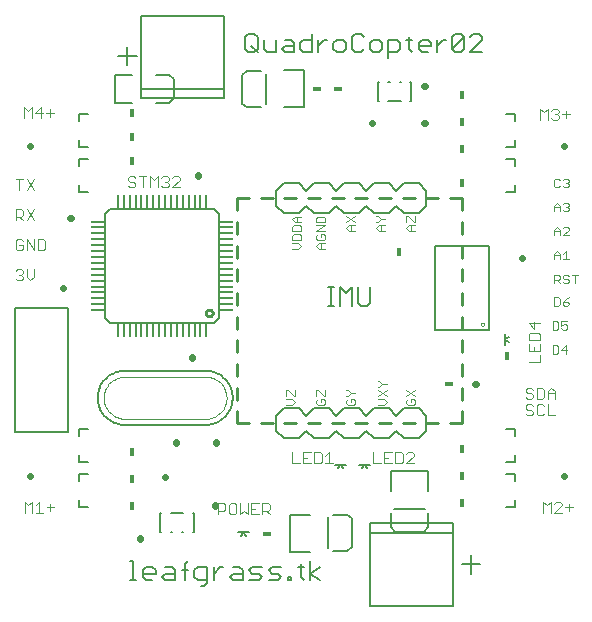
<source format=gto>
G75*
G70*
%OFA0B0*%
%FSLAX24Y24*%
%IPPOS*%
%LPD*%
%AMOC8*
5,1,8,0,0,1.08239X$1,22.5*
%
%ADD10C,0.0050*%
%ADD11C,0.0030*%
%ADD12C,0.0060*%
%ADD13C,0.0100*%
%ADD14C,0.0080*%
%ADD15R,0.0472X0.0079*%
%ADD16R,0.0079X0.0472*%
%ADD17C,0.0220*%
%ADD18R,0.0180X0.0300*%
%ADD19C,0.0020*%
%ADD20R,0.0300X0.0180*%
%ADD21C,0.0070*%
%ADD22C,0.0020*%
D10*
X012642Y012033D02*
X012845Y012033D01*
X012743Y012033D02*
X012743Y012644D01*
X012642Y012644D02*
X012845Y012644D01*
X013047Y012644D02*
X013250Y012440D01*
X013454Y012644D01*
X013454Y012033D01*
X013654Y012135D02*
X013756Y012033D01*
X013960Y012033D01*
X014061Y012135D01*
X014061Y012644D01*
X013654Y012644D02*
X013654Y012135D01*
X013047Y012033D02*
X013047Y012644D01*
X016227Y014024D02*
X016227Y011213D01*
X018019Y011213D01*
X018019Y014024D01*
X016227Y014024D01*
X014652Y020280D02*
X014652Y020890D01*
X014957Y020890D01*
X015059Y020789D01*
X015059Y020585D01*
X014957Y020483D01*
X014652Y020483D01*
X014451Y020585D02*
X014451Y020789D01*
X014349Y020890D01*
X014146Y020890D01*
X014044Y020789D01*
X014044Y020585D01*
X014146Y020483D01*
X014349Y020483D01*
X014451Y020585D01*
X013844Y020585D02*
X013742Y020483D01*
X013538Y020483D01*
X013437Y020585D01*
X013437Y020992D01*
X013538Y021094D01*
X013742Y021094D01*
X013844Y020992D01*
X013236Y020789D02*
X013236Y020585D01*
X013134Y020483D01*
X012931Y020483D01*
X012829Y020585D01*
X012829Y020789D01*
X012931Y020890D01*
X013134Y020890D01*
X013236Y020789D01*
X012628Y020890D02*
X012526Y020890D01*
X012322Y020687D01*
X012322Y020890D02*
X012322Y020483D01*
X012122Y020483D02*
X011816Y020483D01*
X011715Y020585D01*
X011715Y020789D01*
X011816Y020890D01*
X012122Y020890D01*
X012122Y021094D02*
X012122Y020483D01*
X011514Y020483D02*
X011209Y020483D01*
X011107Y020585D01*
X011209Y020687D01*
X011514Y020687D01*
X011514Y020789D02*
X011514Y020483D01*
X011514Y020789D02*
X011412Y020890D01*
X011209Y020890D01*
X010906Y020890D02*
X010906Y020483D01*
X010601Y020483D01*
X010499Y020585D01*
X010499Y020890D01*
X010299Y020992D02*
X010299Y020585D01*
X010197Y020483D01*
X009993Y020483D01*
X009892Y020585D01*
X009892Y020992D01*
X009993Y021094D01*
X010197Y021094D01*
X010299Y020992D01*
X010095Y020687D02*
X010299Y020483D01*
X015260Y020890D02*
X015463Y020890D01*
X015361Y020992D02*
X015361Y020585D01*
X015463Y020483D01*
X015665Y020585D02*
X015665Y020789D01*
X015767Y020890D01*
X015970Y020890D01*
X016072Y020789D01*
X016072Y020687D01*
X015665Y020687D01*
X015665Y020585D02*
X015767Y020483D01*
X015970Y020483D01*
X016273Y020483D02*
X016273Y020890D01*
X016273Y020687D02*
X016476Y020890D01*
X016578Y020890D01*
X016779Y020992D02*
X016881Y021094D01*
X017084Y021094D01*
X017186Y020992D01*
X016779Y020585D01*
X016881Y020483D01*
X017084Y020483D01*
X017186Y020585D01*
X017186Y020992D01*
X017387Y020992D02*
X017488Y021094D01*
X017692Y021094D01*
X017794Y020992D01*
X017794Y020890D01*
X017387Y020483D01*
X017794Y020483D01*
X016779Y020585D02*
X016779Y020992D01*
D11*
X002532Y005494D02*
X002532Y005123D01*
X002778Y005123D02*
X002778Y005494D01*
X002655Y005370D01*
X002532Y005494D01*
X002900Y005370D02*
X003023Y005494D01*
X003023Y005123D01*
X002900Y005123D02*
X003147Y005123D01*
X003268Y005309D02*
X003515Y005309D01*
X003392Y005432D02*
X003392Y005185D01*
X008982Y005197D02*
X009167Y005197D01*
X009228Y005259D01*
X009228Y005382D01*
X009167Y005444D01*
X008982Y005444D01*
X008982Y005073D01*
X009350Y005135D02*
X009412Y005073D01*
X009535Y005073D01*
X009597Y005135D01*
X009597Y005382D01*
X009535Y005444D01*
X009412Y005444D01*
X009350Y005382D01*
X009350Y005135D01*
X009718Y005073D02*
X009718Y005444D01*
X009965Y005444D02*
X009965Y005073D01*
X009842Y005197D01*
X009718Y005073D01*
X010086Y005073D02*
X010333Y005073D01*
X010455Y005073D02*
X010455Y005444D01*
X010640Y005444D01*
X010702Y005382D01*
X010702Y005259D01*
X010640Y005197D01*
X010455Y005197D01*
X010578Y005197D02*
X010702Y005073D01*
X010333Y005444D02*
X010086Y005444D01*
X010086Y005073D01*
X010086Y005259D02*
X010210Y005259D01*
X011458Y006773D02*
X011705Y006773D01*
X011827Y006773D02*
X012073Y006773D01*
X012195Y006773D02*
X012380Y006773D01*
X012442Y006835D01*
X012442Y007082D01*
X012380Y007144D01*
X012195Y007144D01*
X012195Y006773D01*
X011950Y006959D02*
X011827Y006959D01*
X011827Y007144D02*
X011827Y006773D01*
X011458Y006773D02*
X011458Y007144D01*
X011827Y007144D02*
X012073Y007144D01*
X012563Y007020D02*
X012687Y007144D01*
X012687Y006773D01*
X012810Y006773D02*
X012563Y006773D01*
X014158Y006773D02*
X014405Y006773D01*
X014527Y006773D02*
X014773Y006773D01*
X014895Y006773D02*
X015080Y006773D01*
X015142Y006835D01*
X015142Y007082D01*
X015080Y007144D01*
X014895Y007144D01*
X014895Y006773D01*
X014650Y006959D02*
X014527Y006959D01*
X014527Y007144D02*
X014527Y006773D01*
X014158Y006773D02*
X014158Y007144D01*
X014527Y007144D02*
X014773Y007144D01*
X015263Y007082D02*
X015325Y007144D01*
X015448Y007144D01*
X015510Y007082D01*
X015510Y007020D01*
X015263Y006773D01*
X015510Y006773D01*
X015503Y008723D02*
X015310Y008723D01*
X015261Y008772D01*
X015261Y008869D01*
X015310Y008917D01*
X015406Y008917D02*
X015406Y008820D01*
X015406Y008917D02*
X015503Y008917D01*
X015552Y008869D01*
X015552Y008772D01*
X015503Y008723D01*
X015552Y009018D02*
X015261Y009212D01*
X015261Y009018D02*
X015552Y009212D01*
X014602Y009212D02*
X014311Y009018D01*
X014311Y008917D02*
X014505Y008917D01*
X014602Y008820D01*
X014505Y008723D01*
X014311Y008723D01*
X014602Y009018D02*
X014311Y009212D01*
X014311Y009313D02*
X014360Y009313D01*
X014456Y009409D01*
X014602Y009409D01*
X014456Y009409D02*
X014360Y009506D01*
X014311Y009506D01*
X013552Y009115D02*
X013406Y009115D01*
X013310Y009212D01*
X013261Y009212D01*
X013406Y009115D02*
X013310Y009018D01*
X013261Y009018D01*
X013310Y008917D02*
X013261Y008869D01*
X013261Y008772D01*
X013310Y008723D01*
X013503Y008723D01*
X013552Y008772D01*
X013552Y008869D01*
X013503Y008917D01*
X013406Y008917D01*
X013406Y008820D01*
X012552Y008772D02*
X012552Y008869D01*
X012503Y008917D01*
X012406Y008917D01*
X012406Y008820D01*
X012310Y008723D02*
X012503Y008723D01*
X012552Y008772D01*
X012310Y008723D02*
X012261Y008772D01*
X012261Y008869D01*
X012310Y008917D01*
X012261Y009018D02*
X012261Y009212D01*
X012310Y009212D01*
X012503Y009018D01*
X012552Y009018D01*
X012552Y009212D01*
X011552Y009212D02*
X011552Y009018D01*
X011503Y009018D01*
X011310Y009212D01*
X011261Y009212D01*
X011261Y009018D01*
X011261Y008917D02*
X011455Y008917D01*
X011552Y008820D01*
X011455Y008723D01*
X011261Y008723D01*
X011461Y013923D02*
X011655Y013923D01*
X011752Y014020D01*
X011655Y014117D01*
X011461Y014117D01*
X011461Y014218D02*
X011461Y014363D01*
X011510Y014412D01*
X011703Y014412D01*
X011752Y014363D01*
X011752Y014218D01*
X011461Y014218D01*
X011461Y014513D02*
X011461Y014658D01*
X011510Y014706D01*
X011703Y014706D01*
X011752Y014658D01*
X011752Y014513D01*
X011461Y014513D01*
X011558Y014807D02*
X011461Y014904D01*
X011558Y015001D01*
X011752Y015001D01*
X011606Y015001D02*
X011606Y014807D01*
X011558Y014807D02*
X011752Y014807D01*
X012261Y014807D02*
X012261Y014952D01*
X012310Y015001D01*
X012503Y015001D01*
X012552Y014952D01*
X012552Y014807D01*
X012261Y014807D01*
X012261Y014706D02*
X012552Y014706D01*
X012261Y014513D01*
X012552Y014513D01*
X012503Y014412D02*
X012406Y014412D01*
X012406Y014315D01*
X012310Y014412D02*
X012261Y014363D01*
X012261Y014266D01*
X012310Y014218D01*
X012503Y014218D01*
X012552Y014266D01*
X012552Y014363D01*
X012503Y014412D01*
X012552Y014117D02*
X012358Y014117D01*
X012261Y014020D01*
X012358Y013923D01*
X012552Y013923D01*
X012406Y013923D02*
X012406Y014117D01*
X013261Y014620D02*
X013358Y014717D01*
X013552Y014717D01*
X013552Y014818D02*
X013261Y015012D01*
X013261Y014818D02*
X013552Y015012D01*
X013406Y014717D02*
X013406Y014523D01*
X013358Y014523D02*
X013261Y014620D01*
X013358Y014523D02*
X013552Y014523D01*
X014261Y014620D02*
X014358Y014717D01*
X014552Y014717D01*
X014406Y014717D02*
X014406Y014523D01*
X014358Y014523D02*
X014261Y014620D01*
X014358Y014523D02*
X014552Y014523D01*
X014310Y014818D02*
X014406Y014915D01*
X014552Y014915D01*
X014406Y014915D02*
X014310Y015012D01*
X014261Y015012D01*
X014261Y014818D02*
X014310Y014818D01*
X015261Y014818D02*
X015261Y015012D01*
X015310Y015012D01*
X015503Y014818D01*
X015552Y014818D01*
X015552Y015012D01*
X015552Y014717D02*
X015358Y014717D01*
X015261Y014620D01*
X015358Y014523D01*
X015552Y014523D01*
X015406Y014523D02*
X015406Y014717D01*
X019331Y011440D02*
X019516Y011255D01*
X019516Y011502D01*
X019331Y011440D02*
X019702Y011440D01*
X019640Y011134D02*
X019393Y011134D01*
X019331Y011072D01*
X019331Y010887D01*
X019702Y010887D01*
X019702Y011072D01*
X019640Y011134D01*
X019702Y010765D02*
X019702Y010519D01*
X019331Y010519D01*
X019331Y010765D01*
X019516Y010642D02*
X019516Y010519D01*
X019702Y010397D02*
X019702Y010150D01*
X019331Y010150D01*
X020132Y010423D02*
X020132Y010714D01*
X020277Y010714D01*
X020325Y010665D01*
X020325Y010472D01*
X020277Y010423D01*
X020132Y010423D01*
X020426Y010569D02*
X020571Y010714D01*
X020571Y010423D01*
X020620Y010569D02*
X020426Y010569D01*
X020475Y011223D02*
X020426Y011272D01*
X020475Y011223D02*
X020571Y011223D01*
X020620Y011272D01*
X020620Y011369D01*
X020571Y011417D01*
X020523Y011417D01*
X020426Y011369D01*
X020426Y011514D01*
X020620Y011514D01*
X020325Y011465D02*
X020325Y011272D01*
X020277Y011223D01*
X020132Y011223D01*
X020132Y011514D01*
X020277Y011514D01*
X020325Y011465D01*
X020327Y012023D02*
X020375Y012072D01*
X020375Y012265D01*
X020327Y012314D01*
X020182Y012314D01*
X020182Y012023D01*
X020327Y012023D01*
X020476Y012072D02*
X020476Y012169D01*
X020621Y012169D01*
X020670Y012120D01*
X020670Y012072D01*
X020621Y012023D01*
X020525Y012023D01*
X020476Y012072D01*
X020476Y012169D02*
X020573Y012265D01*
X020670Y012314D01*
X020621Y012773D02*
X020525Y012773D01*
X020476Y012822D01*
X020525Y012919D02*
X020621Y012919D01*
X020670Y012870D01*
X020670Y012822D01*
X020621Y012773D01*
X020525Y012919D02*
X020476Y012967D01*
X020476Y013015D01*
X020525Y013064D01*
X020621Y013064D01*
X020670Y013015D01*
X020771Y013064D02*
X020964Y013064D01*
X020868Y013064D02*
X020868Y012773D01*
X020375Y012773D02*
X020278Y012870D01*
X020327Y012870D02*
X020182Y012870D01*
X020182Y012773D02*
X020182Y013064D01*
X020327Y013064D01*
X020375Y013015D01*
X020375Y012919D01*
X020327Y012870D01*
X020375Y013573D02*
X020375Y013767D01*
X020278Y013864D01*
X020182Y013767D01*
X020182Y013573D01*
X020182Y013719D02*
X020375Y013719D01*
X020476Y013767D02*
X020573Y013864D01*
X020573Y013573D01*
X020476Y013573D02*
X020670Y013573D01*
X020670Y014373D02*
X020476Y014373D01*
X020670Y014567D01*
X020670Y014615D01*
X020621Y014664D01*
X020525Y014664D01*
X020476Y014615D01*
X020375Y014567D02*
X020375Y014373D01*
X020375Y014519D02*
X020182Y014519D01*
X020182Y014567D02*
X020278Y014664D01*
X020375Y014567D01*
X020182Y014567D02*
X020182Y014373D01*
X020182Y015173D02*
X020182Y015367D01*
X020278Y015464D01*
X020375Y015367D01*
X020375Y015173D01*
X020476Y015222D02*
X020525Y015173D01*
X020621Y015173D01*
X020670Y015222D01*
X020670Y015270D01*
X020621Y015319D01*
X020573Y015319D01*
X020621Y015319D02*
X020670Y015367D01*
X020670Y015415D01*
X020621Y015464D01*
X020525Y015464D01*
X020476Y015415D01*
X020375Y015319D02*
X020182Y015319D01*
X020230Y015973D02*
X020327Y015973D01*
X020375Y016022D01*
X020476Y016022D02*
X020525Y015973D01*
X020621Y015973D01*
X020670Y016022D01*
X020670Y016070D01*
X020621Y016119D01*
X020573Y016119D01*
X020621Y016119D02*
X020670Y016167D01*
X020670Y016215D01*
X020621Y016264D01*
X020525Y016264D01*
X020476Y016215D01*
X020375Y016215D02*
X020327Y016264D01*
X020230Y016264D01*
X020182Y016215D01*
X020182Y016022D01*
X020230Y015973D01*
X020280Y018223D02*
X020157Y018223D01*
X020095Y018285D01*
X019973Y018223D02*
X019973Y018594D01*
X019850Y018470D01*
X019727Y018594D01*
X019727Y018223D01*
X020095Y018532D02*
X020157Y018594D01*
X020280Y018594D01*
X020342Y018532D01*
X020342Y018470D01*
X020280Y018409D01*
X020342Y018347D01*
X020342Y018285D01*
X020280Y018223D01*
X020280Y018409D02*
X020218Y018409D01*
X020463Y018409D02*
X020710Y018409D01*
X020587Y018532D02*
X020587Y018285D01*
X020092Y009294D02*
X020215Y009170D01*
X020215Y008923D01*
X020215Y009109D02*
X019968Y009109D01*
X019968Y009170D02*
X020092Y009294D01*
X019968Y009170D02*
X019968Y008923D01*
X019847Y008985D02*
X019847Y009232D01*
X019785Y009294D01*
X019600Y009294D01*
X019600Y008923D01*
X019785Y008923D01*
X019847Y008985D01*
X019785Y008744D02*
X019662Y008744D01*
X019600Y008682D01*
X019600Y008435D01*
X019662Y008373D01*
X019785Y008373D01*
X019847Y008435D01*
X019968Y008373D02*
X019968Y008744D01*
X019847Y008682D02*
X019785Y008744D01*
X019968Y008373D02*
X020215Y008373D01*
X019478Y008435D02*
X019417Y008373D01*
X019293Y008373D01*
X019232Y008435D01*
X019293Y008559D02*
X019232Y008620D01*
X019232Y008682D01*
X019293Y008744D01*
X019417Y008744D01*
X019478Y008682D01*
X019417Y008559D02*
X019478Y008497D01*
X019478Y008435D01*
X019417Y008559D02*
X019293Y008559D01*
X019293Y008923D02*
X019232Y008985D01*
X019293Y008923D02*
X019417Y008923D01*
X019478Y008985D01*
X019478Y009047D01*
X019417Y009109D01*
X019293Y009109D01*
X019232Y009170D01*
X019232Y009232D01*
X019293Y009294D01*
X019417Y009294D01*
X019478Y009232D01*
X019827Y005494D02*
X019950Y005370D01*
X020073Y005494D01*
X020073Y005123D01*
X020195Y005123D02*
X020442Y005370D01*
X020442Y005432D01*
X020380Y005494D01*
X020257Y005494D01*
X020195Y005432D01*
X020195Y005123D02*
X020442Y005123D01*
X020563Y005309D02*
X020810Y005309D01*
X020687Y005432D02*
X020687Y005185D01*
X019827Y005123D02*
X019827Y005494D01*
X007702Y015973D02*
X007455Y015973D01*
X007702Y016220D01*
X007702Y016282D01*
X007640Y016344D01*
X007516Y016344D01*
X007455Y016282D01*
X007333Y016282D02*
X007333Y016220D01*
X007272Y016159D01*
X007333Y016097D01*
X007333Y016035D01*
X007272Y015973D01*
X007148Y015973D01*
X007086Y016035D01*
X006965Y015973D02*
X006965Y016344D01*
X006842Y016220D01*
X006718Y016344D01*
X006718Y015973D01*
X006597Y016344D02*
X006350Y016344D01*
X006473Y016344D02*
X006473Y015973D01*
X006228Y016035D02*
X006167Y015973D01*
X006043Y015973D01*
X005982Y016035D01*
X006043Y016159D02*
X006167Y016159D01*
X006228Y016097D01*
X006228Y016035D01*
X006043Y016159D02*
X005982Y016220D01*
X005982Y016282D01*
X006043Y016344D01*
X006167Y016344D01*
X006228Y016282D01*
X007086Y016282D02*
X007148Y016344D01*
X007272Y016344D01*
X007333Y016282D01*
X007272Y016159D02*
X007210Y016159D01*
X003510Y018459D02*
X003263Y018459D01*
X003142Y018459D02*
X002895Y018459D01*
X003080Y018644D01*
X003080Y018273D01*
X003387Y018335D02*
X003387Y018582D01*
X002773Y018644D02*
X002773Y018273D01*
X002527Y018273D02*
X002527Y018644D01*
X002650Y018520D01*
X002773Y018644D01*
X002847Y016244D02*
X002600Y015873D01*
X002355Y015873D02*
X002355Y016244D01*
X002232Y016244D02*
X002478Y016244D01*
X002600Y016244D02*
X002847Y015873D01*
X002847Y015244D02*
X002600Y014873D01*
X002478Y014873D02*
X002355Y014997D01*
X002417Y014997D02*
X002232Y014997D01*
X002232Y014873D02*
X002232Y015244D01*
X002417Y015244D01*
X002478Y015182D01*
X002478Y015059D01*
X002417Y014997D01*
X002600Y015244D02*
X002847Y014873D01*
X002847Y014244D02*
X002847Y013873D01*
X002600Y014244D01*
X002600Y013873D01*
X002478Y013935D02*
X002478Y014059D01*
X002355Y014059D01*
X002478Y014182D02*
X002417Y014244D01*
X002293Y014244D01*
X002232Y014182D01*
X002232Y013935D01*
X002293Y013873D01*
X002417Y013873D01*
X002478Y013935D01*
X002968Y013873D02*
X002968Y014244D01*
X003153Y014244D01*
X003215Y014182D01*
X003215Y013935D01*
X003153Y013873D01*
X002968Y013873D01*
X002847Y013244D02*
X002847Y012997D01*
X002723Y012873D01*
X002600Y012997D01*
X002600Y013244D01*
X002478Y013182D02*
X002478Y013120D01*
X002417Y013059D01*
X002478Y012997D01*
X002478Y012935D01*
X002417Y012873D01*
X002293Y012873D01*
X002232Y012935D01*
X002355Y013059D02*
X002417Y013059D01*
X002478Y013182D02*
X002417Y013244D01*
X002293Y013244D01*
X002232Y013182D01*
D12*
X005867Y009858D02*
X008567Y009858D01*
X008626Y009856D01*
X008684Y009850D01*
X008743Y009841D01*
X008800Y009827D01*
X008856Y009810D01*
X008911Y009789D01*
X008965Y009765D01*
X009017Y009737D01*
X009067Y009706D01*
X009115Y009672D01*
X009160Y009635D01*
X009203Y009594D01*
X009244Y009551D01*
X009281Y009506D01*
X009315Y009458D01*
X009346Y009408D01*
X009374Y009356D01*
X009398Y009302D01*
X009419Y009247D01*
X009436Y009191D01*
X009450Y009134D01*
X009459Y009075D01*
X009465Y009017D01*
X009467Y008958D01*
X009465Y008899D01*
X009459Y008841D01*
X009450Y008782D01*
X009436Y008725D01*
X009419Y008669D01*
X009398Y008614D01*
X009374Y008560D01*
X009346Y008508D01*
X009315Y008458D01*
X009281Y008410D01*
X009244Y008365D01*
X009203Y008322D01*
X009160Y008281D01*
X009115Y008244D01*
X009067Y008210D01*
X009017Y008179D01*
X008965Y008151D01*
X008911Y008127D01*
X008856Y008106D01*
X008800Y008089D01*
X008743Y008075D01*
X008684Y008066D01*
X008626Y008060D01*
X008567Y008058D01*
X005867Y008058D01*
X005808Y008060D01*
X005750Y008066D01*
X005691Y008075D01*
X005634Y008089D01*
X005578Y008106D01*
X005523Y008127D01*
X005469Y008151D01*
X005417Y008179D01*
X005367Y008210D01*
X005319Y008244D01*
X005274Y008281D01*
X005231Y008322D01*
X005190Y008365D01*
X005153Y008410D01*
X005119Y008458D01*
X005088Y008508D01*
X005060Y008560D01*
X005036Y008614D01*
X005015Y008669D01*
X004998Y008725D01*
X004984Y008782D01*
X004975Y008841D01*
X004969Y008899D01*
X004967Y008958D01*
X004969Y009017D01*
X004975Y009075D01*
X004984Y009134D01*
X004998Y009191D01*
X005015Y009247D01*
X005036Y009302D01*
X005060Y009356D01*
X005088Y009408D01*
X005119Y009458D01*
X005153Y009506D01*
X005190Y009551D01*
X005231Y009594D01*
X005274Y009635D01*
X005319Y009672D01*
X005367Y009706D01*
X005417Y009737D01*
X005469Y009765D01*
X005523Y009789D01*
X005578Y009810D01*
X005634Y009827D01*
X005691Y009841D01*
X005750Y009850D01*
X005808Y009856D01*
X005867Y009858D01*
X006047Y003529D02*
X006153Y003529D01*
X006153Y002888D01*
X006047Y002888D02*
X006260Y002888D01*
X006476Y002995D02*
X006476Y003209D01*
X006583Y003315D01*
X006796Y003315D01*
X006903Y003209D01*
X006903Y003102D01*
X006476Y003102D01*
X006476Y002995D02*
X006583Y002888D01*
X006796Y002888D01*
X007121Y002995D02*
X007227Y003102D01*
X007548Y003102D01*
X007548Y003209D02*
X007548Y002888D01*
X007227Y002888D01*
X007121Y002995D01*
X007227Y003315D02*
X007441Y003315D01*
X007548Y003209D01*
X007765Y003209D02*
X007979Y003209D01*
X008195Y003209D02*
X008195Y002995D01*
X008302Y002888D01*
X008622Y002888D01*
X008622Y002782D02*
X008622Y003315D01*
X008302Y003315D01*
X008195Y003209D01*
X007872Y003422D02*
X007979Y003529D01*
X007872Y003422D02*
X007872Y002888D01*
X008408Y002675D02*
X008515Y002675D01*
X008622Y002782D01*
X008839Y002888D02*
X008839Y003315D01*
X008839Y003102D02*
X009053Y003315D01*
X009160Y003315D01*
X009483Y003315D02*
X009697Y003315D01*
X009804Y003209D01*
X009804Y002888D01*
X009483Y002888D01*
X009377Y002995D01*
X009483Y003102D01*
X009804Y003102D01*
X010021Y003209D02*
X010128Y003315D01*
X010448Y003315D01*
X010341Y003102D02*
X010448Y002995D01*
X010341Y002888D01*
X010021Y002888D01*
X010128Y003102D02*
X010021Y003209D01*
X010128Y003102D02*
X010341Y003102D01*
X010666Y003209D02*
X010772Y003315D01*
X011093Y003315D01*
X010986Y003102D02*
X011093Y002995D01*
X010986Y002888D01*
X010666Y002888D01*
X010772Y003102D02*
X010666Y003209D01*
X010772Y003102D02*
X010986Y003102D01*
X011310Y002995D02*
X011417Y002995D01*
X011417Y002888D01*
X011310Y002888D01*
X011310Y002995D01*
X011632Y003315D02*
X011846Y003315D01*
X011739Y003422D02*
X011739Y002995D01*
X011846Y002888D01*
X012062Y002888D02*
X012062Y003529D01*
X012382Y003315D02*
X012062Y003102D01*
X012382Y002888D01*
D13*
X012380Y008108D02*
X011985Y008108D01*
X011591Y008108D02*
X011195Y008108D01*
X010802Y008108D02*
X010406Y008108D01*
X010012Y008108D02*
X009617Y008108D01*
X009617Y008504D01*
X009617Y008898D02*
X009617Y009293D01*
X009617Y009687D02*
X009617Y010083D01*
X009617Y010477D02*
X009617Y010872D01*
X009617Y011266D02*
X009617Y011662D01*
X009617Y012055D02*
X009617Y012451D01*
X009617Y012845D02*
X009617Y013240D01*
X009617Y013634D02*
X009617Y014030D01*
X009617Y014423D02*
X009617Y014819D01*
X009617Y015213D02*
X009617Y015608D01*
X010012Y015608D01*
X010406Y015608D02*
X010802Y015608D01*
X011195Y015608D02*
X011591Y015608D01*
X011985Y015608D02*
X012380Y015608D01*
X012774Y015608D02*
X013170Y015608D01*
X013563Y015608D02*
X013959Y015608D01*
X014353Y015608D02*
X014748Y015608D01*
X015142Y015608D02*
X015538Y015608D01*
X015931Y015608D02*
X016327Y015608D01*
X016721Y015608D02*
X017117Y015608D01*
X017117Y015213D01*
X017117Y014819D02*
X017117Y014423D01*
X017117Y014030D02*
X017117Y013634D01*
X017117Y013240D02*
X017117Y012845D01*
X017117Y012451D02*
X017117Y012055D01*
X017117Y011662D02*
X017117Y011266D01*
X017117Y010872D02*
X017117Y010477D01*
X017117Y010083D02*
X017117Y009687D01*
X017117Y009293D02*
X017117Y008898D01*
X017117Y008504D02*
X017117Y008108D01*
X016721Y008108D01*
X016327Y008108D02*
X015931Y008108D01*
X015538Y008108D02*
X015142Y008108D01*
X014748Y008108D02*
X014353Y008108D01*
X013959Y008108D02*
X013563Y008108D01*
X013170Y008108D02*
X012774Y008108D01*
X008580Y011784D02*
X008582Y011804D01*
X008587Y011824D01*
X008597Y011842D01*
X008609Y011859D01*
X008624Y011873D01*
X008642Y011883D01*
X008661Y011891D01*
X008681Y011895D01*
X008701Y011895D01*
X008721Y011891D01*
X008740Y011883D01*
X008758Y011873D01*
X008773Y011859D01*
X008785Y011842D01*
X008795Y011824D01*
X008800Y011804D01*
X008802Y011784D01*
X008800Y011764D01*
X008795Y011744D01*
X008785Y011726D01*
X008773Y011709D01*
X008758Y011695D01*
X008740Y011685D01*
X008721Y011677D01*
X008701Y011673D01*
X008681Y011673D01*
X008661Y011677D01*
X008642Y011685D01*
X008624Y011695D01*
X008609Y011709D01*
X008597Y011726D01*
X008587Y011744D01*
X008582Y011764D01*
X008580Y011784D01*
D14*
X008849Y011469D02*
X005384Y011469D01*
X005227Y011626D01*
X005227Y015091D01*
X005384Y015248D01*
X008849Y015248D01*
X009006Y015091D01*
X009006Y011626D01*
X008849Y011469D01*
X011167Y008608D02*
X010917Y008358D01*
X010917Y007858D01*
X011167Y007608D01*
X011667Y007608D01*
X011917Y007858D01*
X012167Y007608D01*
X012667Y007608D01*
X012917Y007858D01*
X013167Y007608D01*
X013667Y007608D01*
X013917Y007858D01*
X014167Y007608D01*
X014667Y007608D01*
X014917Y007858D01*
X015167Y007608D01*
X015667Y007608D01*
X015917Y007858D01*
X015917Y008358D01*
X015667Y008608D01*
X015167Y008608D01*
X014917Y008358D01*
X014667Y008608D01*
X014167Y008608D01*
X013917Y008358D01*
X013667Y008608D01*
X013167Y008608D01*
X012917Y008358D01*
X012667Y008608D01*
X012167Y008608D01*
X011917Y008358D01*
X011667Y008608D01*
X011167Y008608D01*
X012885Y006725D02*
X013067Y006725D01*
X013159Y006603D01*
X013248Y006725D02*
X013067Y006725D01*
X013057Y006719D02*
X012981Y006603D01*
X013685Y006725D02*
X013867Y006725D01*
X013959Y006603D01*
X014048Y006725D02*
X013867Y006725D01*
X013857Y006719D02*
X013781Y006603D01*
X014737Y006532D02*
X014737Y005863D01*
X014860Y005269D02*
X015883Y005269D01*
X015977Y005115D02*
X015977Y004642D01*
X015977Y005115D01*
X015977Y004642D02*
X015859Y004485D01*
X014894Y004485D01*
X014756Y004642D01*
X014756Y005115D01*
X014050Y004776D02*
X014050Y004461D01*
X016806Y004461D01*
X016806Y002020D01*
X014050Y002020D01*
X014050Y004461D01*
X014050Y004776D02*
X016806Y004776D01*
X016806Y004461D01*
X017413Y003716D02*
X017413Y003102D01*
X017107Y003409D02*
X017720Y003409D01*
X018577Y005307D02*
X018892Y005307D01*
X018892Y005543D01*
X018892Y006173D02*
X018892Y006410D01*
X018577Y006410D01*
X018577Y006807D02*
X018892Y006807D01*
X018892Y007043D01*
X018892Y007673D02*
X018892Y007910D01*
X018577Y007910D01*
X018550Y010727D02*
X018550Y010908D01*
X018672Y011000D01*
X018550Y011090D02*
X018550Y010908D01*
X018556Y010898D02*
X018672Y010822D01*
X015977Y006532D02*
X014737Y006532D01*
X015977Y006532D02*
X015977Y005863D01*
X013440Y004951D02*
X013440Y003986D01*
X013283Y003848D01*
X012810Y003848D01*
X012656Y003952D02*
X012656Y004975D01*
X012810Y005069D02*
X013283Y005069D01*
X012810Y005069D01*
X013283Y005069D02*
X013440Y004951D01*
X012062Y005069D02*
X011393Y005069D01*
X011393Y003829D01*
X012062Y003829D01*
X009998Y004475D02*
X009817Y004475D01*
X009909Y004353D01*
X009817Y004475D02*
X009635Y004475D01*
X009731Y004353D02*
X009807Y004469D01*
X004656Y005307D02*
X004341Y005307D01*
X004341Y005543D01*
X004341Y006173D02*
X004341Y006410D01*
X004656Y006410D01*
X004656Y006807D02*
X004341Y006807D01*
X004341Y007043D01*
X004341Y007673D02*
X004341Y007910D01*
X004656Y007910D01*
X003996Y007817D02*
X002224Y007817D01*
X002224Y011951D01*
X003996Y011951D01*
X003996Y007817D01*
X011167Y015108D02*
X010917Y015358D01*
X010917Y015858D01*
X011167Y016108D01*
X011667Y016108D01*
X011917Y015858D01*
X012167Y016108D01*
X012667Y016108D01*
X012917Y015858D01*
X013167Y016108D01*
X013667Y016108D01*
X013917Y015858D01*
X014167Y016108D01*
X014667Y016108D01*
X014917Y015858D01*
X015167Y016108D01*
X015667Y016108D01*
X015917Y015858D01*
X015917Y015358D01*
X015667Y015108D01*
X015167Y015108D01*
X014917Y015358D01*
X014667Y015108D01*
X014167Y015108D01*
X013917Y015358D01*
X013667Y015108D01*
X013167Y015108D01*
X012917Y015358D01*
X012667Y015108D01*
X012167Y015108D01*
X011917Y015358D01*
X011667Y015108D01*
X011167Y015108D01*
X011171Y018648D02*
X011840Y018648D01*
X011840Y019888D01*
X011171Y019888D01*
X010577Y019765D02*
X010577Y018742D01*
X010423Y018648D02*
X009950Y018648D01*
X010423Y018648D01*
X009950Y018648D02*
X009793Y018766D01*
X009793Y019731D01*
X009950Y019869D01*
X010423Y019869D01*
X009183Y019256D02*
X009183Y018941D01*
X006428Y018941D01*
X006428Y019256D01*
X009183Y019256D01*
X009183Y021697D01*
X006428Y021697D01*
X006428Y019256D01*
X006123Y018786D02*
X005532Y018786D01*
X005532Y019731D01*
X006123Y019731D01*
X005963Y020052D02*
X005963Y020666D01*
X005657Y020359D02*
X006270Y020359D01*
X006910Y019731D02*
X007343Y019731D01*
X007501Y019573D01*
X007501Y018943D01*
X007343Y018786D01*
X006910Y018786D01*
X004656Y018410D02*
X004341Y018410D01*
X004341Y018173D01*
X004341Y017543D02*
X004341Y017307D01*
X004656Y017307D01*
X004656Y016910D02*
X004341Y016910D01*
X004341Y016673D01*
X004341Y016043D02*
X004341Y015807D01*
X004656Y015807D01*
X018577Y015807D02*
X018892Y015807D01*
X018892Y016043D01*
X018892Y016673D02*
X018892Y016910D01*
X018577Y016910D01*
X018577Y017307D02*
X018892Y017307D01*
X018892Y017543D01*
X018892Y018173D02*
X018892Y018410D01*
X018577Y018410D01*
D15*
X009243Y014835D03*
X009243Y014638D03*
X009243Y014441D03*
X009243Y014244D03*
X009243Y014047D03*
X009243Y013851D03*
X009243Y013654D03*
X009243Y013457D03*
X009243Y013260D03*
X009243Y013063D03*
X009243Y012866D03*
X009243Y012669D03*
X009243Y012473D03*
X009243Y012276D03*
X009243Y012079D03*
X009243Y011882D03*
X004991Y011882D03*
X004991Y012079D03*
X004991Y012276D03*
X004991Y012473D03*
X004991Y012669D03*
X004991Y012866D03*
X004991Y013063D03*
X004991Y013260D03*
X004991Y013457D03*
X004991Y013654D03*
X004991Y013851D03*
X004991Y014047D03*
X004991Y014244D03*
X004991Y014441D03*
X004991Y014638D03*
X004991Y014835D03*
D16*
X005640Y015484D03*
X005837Y015484D03*
X006034Y015484D03*
X006231Y015484D03*
X006428Y015484D03*
X006624Y015484D03*
X006821Y015484D03*
X007018Y015484D03*
X007215Y015484D03*
X007412Y015484D03*
X007609Y015484D03*
X007806Y015484D03*
X008002Y015484D03*
X008199Y015484D03*
X008396Y015484D03*
X008593Y015484D03*
X008593Y011232D03*
X008396Y011232D03*
X008199Y011232D03*
X008002Y011232D03*
X007806Y011232D03*
X007609Y011232D03*
X007412Y011232D03*
X007215Y011232D03*
X007018Y011232D03*
X006821Y011232D03*
X006624Y011232D03*
X006428Y011232D03*
X006231Y011232D03*
X006034Y011232D03*
X005837Y011232D03*
X005640Y011232D03*
D17*
X003829Y012608D02*
X003805Y012608D01*
X004055Y014958D02*
X004079Y014958D01*
X002729Y017358D02*
X002705Y017358D01*
X008317Y016370D02*
X008317Y016346D01*
X008117Y010320D02*
X008117Y010296D01*
X007567Y007470D02*
X007567Y007446D01*
X007229Y006308D02*
X007205Y006308D01*
X008867Y005370D02*
X008867Y005346D01*
X008917Y007446D02*
X008917Y007470D01*
X006367Y004270D02*
X006367Y004246D01*
X002729Y006358D02*
X002705Y006358D01*
X014105Y018108D02*
X014129Y018108D01*
X015855Y018108D02*
X015879Y018108D01*
X015879Y019358D02*
X015855Y019358D01*
X020505Y017358D02*
X020529Y017358D01*
X019129Y013608D02*
X019105Y013608D01*
X017579Y009408D02*
X017555Y009408D01*
X020505Y006358D02*
X020529Y006358D01*
D18*
X017117Y006358D03*
X017117Y005458D03*
X017117Y007258D03*
X018617Y010358D03*
X015017Y013808D03*
X017117Y016108D03*
X017117Y017258D03*
X017117Y018158D03*
X017117Y019058D03*
X006117Y018458D03*
X006117Y017658D03*
X006117Y016858D03*
X006117Y007158D03*
X006117Y006258D03*
X006117Y005358D03*
D19*
X005867Y008258D02*
X008567Y008258D01*
X008618Y008260D01*
X008669Y008265D01*
X008719Y008275D01*
X008769Y008288D01*
X008817Y008304D01*
X008864Y008324D01*
X008910Y008348D01*
X008953Y008374D01*
X008995Y008404D01*
X009034Y008437D01*
X009071Y008472D01*
X009105Y008510D01*
X009136Y008551D01*
X009165Y008593D01*
X009190Y008638D01*
X009211Y008684D01*
X009230Y008732D01*
X009244Y008781D01*
X009255Y008831D01*
X009263Y008881D01*
X009267Y008932D01*
X009267Y008984D01*
X009263Y009035D01*
X009255Y009085D01*
X009244Y009135D01*
X009230Y009184D01*
X009211Y009232D01*
X009190Y009278D01*
X009165Y009323D01*
X009136Y009365D01*
X009105Y009406D01*
X009071Y009444D01*
X009034Y009479D01*
X008995Y009512D01*
X008953Y009542D01*
X008910Y009568D01*
X008864Y009592D01*
X008817Y009612D01*
X008769Y009628D01*
X008719Y009641D01*
X008669Y009651D01*
X008618Y009656D01*
X008567Y009658D01*
X005867Y009658D01*
X005816Y009656D01*
X005765Y009651D01*
X005715Y009641D01*
X005665Y009628D01*
X005617Y009612D01*
X005570Y009592D01*
X005524Y009568D01*
X005481Y009542D01*
X005439Y009512D01*
X005400Y009479D01*
X005363Y009444D01*
X005329Y009406D01*
X005298Y009365D01*
X005269Y009323D01*
X005244Y009278D01*
X005223Y009232D01*
X005204Y009184D01*
X005190Y009135D01*
X005179Y009085D01*
X005171Y009035D01*
X005167Y008984D01*
X005167Y008932D01*
X005171Y008881D01*
X005179Y008831D01*
X005190Y008781D01*
X005204Y008732D01*
X005223Y008684D01*
X005244Y008638D01*
X005269Y008593D01*
X005298Y008551D01*
X005329Y008510D01*
X005363Y008472D01*
X005400Y008437D01*
X005439Y008404D01*
X005481Y008374D01*
X005524Y008348D01*
X005570Y008324D01*
X005617Y008304D01*
X005665Y008288D01*
X005715Y008275D01*
X005765Y008265D01*
X005816Y008260D01*
X005867Y008258D01*
D20*
X010617Y004408D03*
X016667Y009408D03*
X012967Y019258D03*
X012267Y019258D03*
D21*
X014307Y019477D02*
X014307Y018839D01*
X014344Y018839D01*
X014661Y018839D02*
X015072Y018839D01*
X015389Y018839D02*
X015427Y018839D01*
X015427Y019477D01*
X015389Y019477D01*
X015072Y019477D02*
X015035Y019477D01*
X014698Y019477D02*
X014661Y019477D01*
X014344Y019477D02*
X014307Y019477D01*
X008177Y005127D02*
X008139Y005127D01*
X008177Y005127D02*
X008177Y004489D01*
X008139Y004489D01*
X007822Y004489D02*
X007785Y004489D01*
X007448Y004489D02*
X007411Y004489D01*
X007094Y004489D02*
X007057Y004489D01*
X007057Y005127D01*
X007094Y005127D01*
X007411Y005127D02*
X007822Y005127D01*
D22*
X017736Y011410D02*
X017738Y011424D01*
X017744Y011438D01*
X017752Y011450D01*
X017764Y011458D01*
X017778Y011464D01*
X017792Y011466D01*
X017806Y011464D01*
X017820Y011458D01*
X017832Y011450D01*
X017840Y011438D01*
X017846Y011424D01*
X017848Y011410D01*
X017846Y011396D01*
X017840Y011382D01*
X017832Y011370D01*
X017820Y011362D01*
X017806Y011356D01*
X017792Y011354D01*
X017778Y011356D01*
X017764Y011362D01*
X017752Y011370D01*
X017744Y011382D01*
X017738Y011396D01*
X017736Y011410D01*
M02*

</source>
